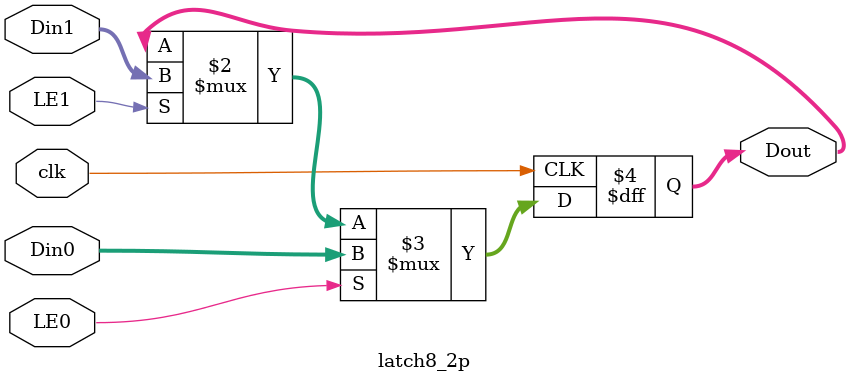
<source format=v>
module latch8_2p(Din0,Din1,LE0,LE1,clk,Dout);

input [7:0] Din0,Din1;
input LE0,LE1,clk;
output [7:0]Dout;
reg [7:0]Dout;

always @(negedge clk)
Dout<=(LE0)?Din0:((LE1)?Din1:Dout);

endmodule 
</source>
